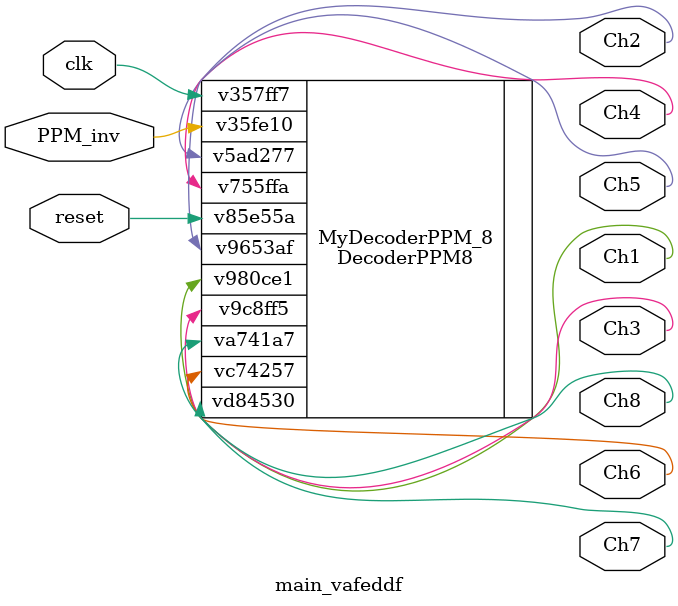
<source format=v>

`default_nettype none

module main (
 input v189fe9,
 input v59b691,
 input vbd2a31,
 output v446f52,
 output v032f70,
 output v813582,
 output v0b7996,
 output v20d1ea,
 output v631b76,
 output vfa6868,
 output v27382b,
 output [0:7] vinit
);
 wire w0;
 wire w1;
 wire w2;
 wire w3;
 wire w4;
 wire w5;
 wire w6;
 wire w7;
 wire w8;
 wire w9;
 wire w10;
 assign v446f52 = w0;
 assign v032f70 = w1;
 assign v813582 = w2;
 assign v0b7996 = w3;
 assign v20d1ea = w4;
 assign v631b76 = w5;
 assign vfa6868 = w6;
 assign v27382b = w7;
 assign w8 = v189fe9;
 assign w9 = vbd2a31;
 assign w10 = v59b691;
 main_vafeddf vafeddf (
  .Ch1(w0),
  .Ch2(w1),
  .Ch3(w2),
  .Ch4(w3),
  .Ch5(w4),
  .Ch6(w5),
  .Ch7(w6),
  .Ch8(w7),
  .PPM_inv(w8),
  .clk(w9),
  .reset(w10)
 );
 assign vinit = 8'b00000000;
endmodule

/*-------------------------------------------------*/
/*-- PPM_8Asic  */
/*-- - - - - - - - - - - - - - - - - - - - - - - --*/
/*-- Módulo exportado he importado con include tras modificar unos pocos detalles
/*-------------------------------------------------*/

module main_vafeddf (
 input PPM_inv,
 input reset,
 input clk,
 output Ch1,
 output Ch2,
 output Ch3,
 output Ch4,
 output Ch5,
 output Ch6,
 output Ch7,
 output Ch8
);
 
 //@include Module_Decoder_8bits_ASIC.v
 
 DecoderPPM8 MyDecoderPPM_8(.v35fe10(PPM_inv),.v85e55a(reset), .v357ff7(clk),
                .v980ce1(Ch1), .v5ad277(Ch2), .v9c8ff5(Ch3),
                .v755ffa(Ch4), .v9653af(Ch5), .vc74257(Ch6),
                .vd84530(Ch7), .va741a7(Ch8));
                
endmodule

</source>
